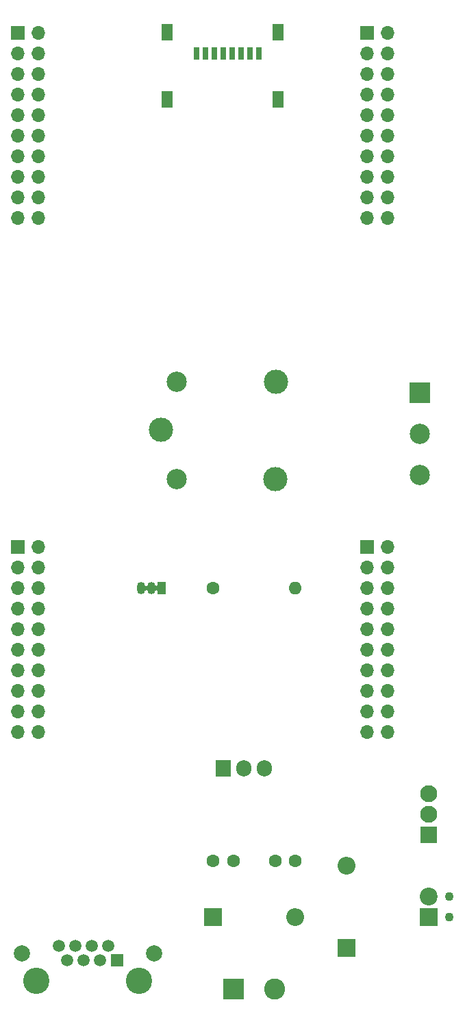
<source format=gts>
G04 #@! TF.GenerationSoftware,KiCad,Pcbnew,(5.1.10-1-10_14)*
G04 #@! TF.CreationDate,2021-11-12T14:23:35+00:00*
G04 #@! TF.ProjectId,acnode-doorbot,61636e6f-6465-42d6-946f-6f72626f742e,rev?*
G04 #@! TF.SameCoordinates,Original*
G04 #@! TF.FileFunction,Soldermask,Top*
G04 #@! TF.FilePolarity,Negative*
%FSLAX46Y46*%
G04 Gerber Fmt 4.6, Leading zero omitted, Abs format (unit mm)*
G04 Created by KiCad (PCBNEW (5.1.10-1-10_14)) date 2021-11-12 14:23:35*
%MOMM*%
%LPD*%
G01*
G04 APERTURE LIST*
%ADD10C,1.600000*%
%ADD11R,2.200000X2.200000*%
%ADD12O,2.200000X2.200000*%
%ADD13R,1.700000X1.700000*%
%ADD14O,1.700000X1.700000*%
%ADD15R,2.600000X2.600000*%
%ADD16C,2.600000*%
%ADD17C,1.100000*%
%ADD18C,2.200000*%
%ADD19R,2.500000X2.500000*%
%ADD20C,2.500000*%
%ADD21R,1.500000X1.500000*%
%ADD22C,1.500000*%
%ADD23C,3.250000*%
%ADD24C,2.000000*%
%ADD25R,1.450000X2.000000*%
%ADD26R,0.800000X1.500000*%
%ADD27R,2.100000X2.100000*%
%ADD28C,2.100000*%
%ADD29C,3.000000*%
%ADD30O,1.050000X1.500000*%
%ADD31R,1.050000X1.500000*%
%ADD32O,1.600000X1.600000*%
%ADD33R,1.905000X2.000000*%
%ADD34O,1.905000X2.000000*%
%ADD35C,0.100000*%
G04 APERTURE END LIST*
D10*
X76200000Y-144145000D03*
X78700000Y-144145000D03*
X83860000Y-144145000D03*
X86360000Y-144145000D03*
D11*
X92710000Y-154940000D03*
D12*
X92710000Y-144780000D03*
X86360000Y-151130000D03*
D11*
X76200000Y-151130000D03*
D13*
X52070000Y-41910000D03*
D14*
X54610000Y-41910000D03*
X52070000Y-44450000D03*
X54610000Y-44450000D03*
X52070000Y-46990000D03*
X54610000Y-46990000D03*
X52070000Y-49530000D03*
X54610000Y-49530000D03*
X52070000Y-52070000D03*
X54610000Y-52070000D03*
X52070000Y-54610000D03*
X54610000Y-54610000D03*
X52070000Y-57150000D03*
X54610000Y-57150000D03*
X52070000Y-59690000D03*
X54610000Y-59690000D03*
X52070000Y-62230000D03*
X54610000Y-62230000D03*
X52070000Y-64770000D03*
X54610000Y-64770000D03*
X54610000Y-128270000D03*
X52070000Y-128270000D03*
X54610000Y-125730000D03*
X52070000Y-125730000D03*
X54610000Y-123190000D03*
X52070000Y-123190000D03*
X54610000Y-120650000D03*
X52070000Y-120650000D03*
X54610000Y-118110000D03*
X52070000Y-118110000D03*
X54610000Y-115570000D03*
X52070000Y-115570000D03*
X54610000Y-113030000D03*
X52070000Y-113030000D03*
X54610000Y-110490000D03*
X52070000Y-110490000D03*
X54610000Y-107950000D03*
X52070000Y-107950000D03*
X54610000Y-105410000D03*
D13*
X52070000Y-105410000D03*
D15*
X78740000Y-160020000D03*
D16*
X83820000Y-160020000D03*
D13*
X95250000Y-41910000D03*
D14*
X97790000Y-41910000D03*
X95250000Y-44450000D03*
X97790000Y-44450000D03*
X95250000Y-46990000D03*
X97790000Y-46990000D03*
X95250000Y-49530000D03*
X97790000Y-49530000D03*
X95250000Y-52070000D03*
X97790000Y-52070000D03*
X95250000Y-54610000D03*
X97790000Y-54610000D03*
X95250000Y-57150000D03*
X97790000Y-57150000D03*
X95250000Y-59690000D03*
X97790000Y-59690000D03*
X95250000Y-62230000D03*
X97790000Y-62230000D03*
X95250000Y-64770000D03*
X97790000Y-64770000D03*
X97790000Y-128270000D03*
X95250000Y-128270000D03*
X97790000Y-125730000D03*
X95250000Y-125730000D03*
X97790000Y-123190000D03*
X95250000Y-123190000D03*
X97790000Y-120650000D03*
X95250000Y-120650000D03*
X97790000Y-118110000D03*
X95250000Y-118110000D03*
X97790000Y-115570000D03*
X95250000Y-115570000D03*
X97790000Y-113030000D03*
X95250000Y-113030000D03*
X97790000Y-110490000D03*
X95250000Y-110490000D03*
X97790000Y-107950000D03*
X95250000Y-107950000D03*
X97790000Y-105410000D03*
D13*
X95250000Y-105410000D03*
D11*
X102870000Y-151130000D03*
D17*
X105410000Y-151130000D03*
D18*
X102870000Y-148590000D03*
D17*
X105410000Y-148590000D03*
D19*
X101790000Y-86320000D03*
D20*
X101790000Y-91400000D03*
X101790000Y-96480000D03*
D21*
X64290000Y-156490000D03*
D22*
X62250000Y-156490000D03*
X60210000Y-156490000D03*
X58170000Y-156490000D03*
X63270000Y-154710000D03*
X61230000Y-154710000D03*
X59190000Y-154710000D03*
X57150000Y-154710000D03*
D23*
X67080000Y-159030000D03*
X54380000Y-159030000D03*
D24*
X52600000Y-155600000D03*
X68860000Y-155600000D03*
D25*
X84245000Y-41850000D03*
X70495000Y-41850000D03*
X70495000Y-50150000D03*
X84245000Y-50150000D03*
D26*
X81870000Y-44450000D03*
X80770000Y-44450000D03*
X79670000Y-44450000D03*
X78570000Y-44450000D03*
X77470000Y-44450000D03*
X76370000Y-44450000D03*
X75270000Y-44450000D03*
X74170000Y-44450000D03*
D27*
X102870000Y-140970000D03*
D28*
X102870000Y-138430000D03*
X102870000Y-135890000D03*
D20*
X71710000Y-97010000D03*
D29*
X83910000Y-97010000D03*
X83960000Y-84960000D03*
D20*
X71710000Y-85010000D03*
D29*
X69760000Y-90960000D03*
D30*
X68580000Y-110490000D03*
X67310000Y-110490000D03*
D31*
X69850000Y-110490000D03*
D10*
X76200000Y-110490000D03*
D32*
X86360000Y-110490000D03*
D33*
X77470000Y-132715000D03*
D34*
X80010000Y-132715000D03*
X82550000Y-132715000D03*
D35*
G36*
X69326084Y-110078793D02*
G01*
X69327000Y-110080474D01*
X69327000Y-110899526D01*
X69326000Y-110901258D01*
X69324000Y-110901258D01*
X69323010Y-110899722D01*
X69320628Y-110875535D01*
X69313628Y-110852460D01*
X69302263Y-110831196D01*
X69286968Y-110812559D01*
X69268331Y-110797264D01*
X69247067Y-110785899D01*
X69223992Y-110778899D01*
X69200001Y-110776536D01*
X69176010Y-110778899D01*
X69152935Y-110785899D01*
X69131671Y-110797264D01*
X69113034Y-110812559D01*
X69097739Y-110831196D01*
X69086281Y-110852634D01*
X69084582Y-110853690D01*
X69082819Y-110852747D01*
X69082603Y-110851110D01*
X69092942Y-110817027D01*
X69103000Y-110714906D01*
X69103000Y-110265095D01*
X69092942Y-110162973D01*
X69080821Y-110123017D01*
X69081275Y-110121069D01*
X69083189Y-110120488D01*
X69084583Y-110121671D01*
X69091534Y-110138451D01*
X69104929Y-110158498D01*
X69121976Y-110175545D01*
X69142023Y-110188940D01*
X69164297Y-110198166D01*
X69187947Y-110202871D01*
X69212053Y-110202871D01*
X69235704Y-110198167D01*
X69257978Y-110188941D01*
X69278025Y-110175546D01*
X69295072Y-110158499D01*
X69308467Y-110138452D01*
X69317693Y-110116178D01*
X69322407Y-110092482D01*
X69323002Y-110080376D01*
X69324086Y-110078695D01*
X69326084Y-110078793D01*
G37*
G36*
X68066247Y-110164278D02*
G01*
X68066777Y-110165841D01*
X68057000Y-110265094D01*
X68057000Y-110714906D01*
X68066776Y-110814154D01*
X68065951Y-110815976D01*
X68063961Y-110816172D01*
X68062873Y-110814933D01*
X68062733Y-110814473D01*
X68053466Y-110792103D01*
X68040072Y-110772056D01*
X68023025Y-110755009D01*
X68002977Y-110741614D01*
X67980704Y-110732388D01*
X67957053Y-110727683D01*
X67932947Y-110727683D01*
X67909297Y-110732387D01*
X67887023Y-110741614D01*
X67866976Y-110755008D01*
X67849929Y-110772055D01*
X67836534Y-110792103D01*
X67827267Y-110814473D01*
X67827129Y-110814929D01*
X67825670Y-110816297D01*
X67823756Y-110815718D01*
X67823225Y-110814154D01*
X67833000Y-110714906D01*
X67833000Y-110265095D01*
X67823225Y-110165846D01*
X67824050Y-110164024D01*
X67826040Y-110163828D01*
X67827129Y-110165071D01*
X67827267Y-110165527D01*
X67836533Y-110187897D01*
X67849928Y-110207944D01*
X67866975Y-110224991D01*
X67887022Y-110238386D01*
X67909296Y-110247612D01*
X67932946Y-110252317D01*
X67957052Y-110252317D01*
X67980703Y-110247613D01*
X68002977Y-110238387D01*
X68023024Y-110224992D01*
X68040071Y-110207945D01*
X68053466Y-110187898D01*
X68062731Y-110165532D01*
X68062873Y-110165064D01*
X68064333Y-110163697D01*
X68066247Y-110164278D01*
G37*
M02*

</source>
